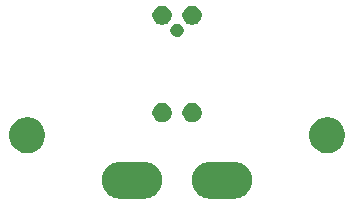
<source format=gbr>
G04 #@! TF.GenerationSoftware,KiCad,Pcbnew,(5.0.0)*
G04 #@! TF.CreationDate,2019-10-20T18:36:36-05:00*
G04 #@! TF.ProjectId,LaserDiode_Breakout_Hardware,4C6173657244696F64655F427265616B,rev?*
G04 #@! TF.SameCoordinates,Original*
G04 #@! TF.FileFunction,Soldermask,Top*
G04 #@! TF.FilePolarity,Negative*
%FSLAX46Y46*%
G04 Gerber Fmt 4.6, Leading zero omitted, Abs format (unit mm)*
G04 Created by KiCad (PCBNEW (5.0.0)) date 10/20/19 18:36:36*
%MOMM*%
%LPD*%
G01*
G04 APERTURE LIST*
%ADD10C,0.100000*%
G04 APERTURE END LIST*
D10*
G36*
X-730367856Y105683518D02*
X-730215950Y105668557D01*
X-730021041Y105609432D01*
X-729923585Y105579869D01*
X-729779564Y105502888D01*
X-729654141Y105435848D01*
X-729654139Y105435847D01*
X-729654140Y105435847D01*
X-729417971Y105242028D01*
X-729224152Y105005859D01*
X-729080130Y104736414D01*
X-729080130Y104736413D01*
X-728991442Y104444049D01*
X-728961496Y104140000D01*
X-728991442Y103835951D01*
X-729050567Y103641042D01*
X-729080130Y103543586D01*
X-729157111Y103399565D01*
X-729224151Y103274142D01*
X-729417971Y103037972D01*
X-729654141Y102844152D01*
X-729779564Y102777112D01*
X-729923585Y102700131D01*
X-730021041Y102670568D01*
X-730215950Y102611443D01*
X-730367856Y102596482D01*
X-730443808Y102589001D01*
X-732596192Y102589001D01*
X-732672144Y102596482D01*
X-732824050Y102611443D01*
X-733018959Y102670568D01*
X-733116415Y102700131D01*
X-733260436Y102777112D01*
X-733385859Y102844152D01*
X-733622029Y103037972D01*
X-733815849Y103274142D01*
X-733882889Y103399565D01*
X-733959870Y103543586D01*
X-733989433Y103641042D01*
X-734048558Y103835951D01*
X-734078504Y104140000D01*
X-734048558Y104444049D01*
X-733959870Y104736413D01*
X-733959870Y104736414D01*
X-733815848Y105005859D01*
X-733622029Y105242028D01*
X-733385860Y105435847D01*
X-733385861Y105435847D01*
X-733385859Y105435848D01*
X-733260436Y105502888D01*
X-733116415Y105579869D01*
X-733018959Y105609432D01*
X-732824050Y105668557D01*
X-732672144Y105683518D01*
X-732596192Y105690999D01*
X-730443808Y105690999D01*
X-730367856Y105683518D01*
X-730367856Y105683518D01*
G37*
G36*
X-722747856Y105683518D02*
X-722595950Y105668557D01*
X-722401041Y105609432D01*
X-722303585Y105579869D01*
X-722159564Y105502888D01*
X-722034141Y105435848D01*
X-722034139Y105435847D01*
X-722034140Y105435847D01*
X-721797971Y105242028D01*
X-721604152Y105005859D01*
X-721460130Y104736414D01*
X-721460130Y104736413D01*
X-721371442Y104444049D01*
X-721341496Y104140000D01*
X-721371442Y103835951D01*
X-721430567Y103641042D01*
X-721460130Y103543586D01*
X-721537111Y103399565D01*
X-721604151Y103274142D01*
X-721797971Y103037972D01*
X-722034141Y102844152D01*
X-722159564Y102777112D01*
X-722303585Y102700131D01*
X-722401041Y102670568D01*
X-722595950Y102611443D01*
X-722747856Y102596482D01*
X-722823808Y102589001D01*
X-724976192Y102589001D01*
X-725052144Y102596482D01*
X-725204050Y102611443D01*
X-725398959Y102670568D01*
X-725496415Y102700131D01*
X-725640436Y102777112D01*
X-725765859Y102844152D01*
X-726002029Y103037972D01*
X-726195849Y103274142D01*
X-726262889Y103399565D01*
X-726339870Y103543586D01*
X-726369433Y103641042D01*
X-726428558Y103835951D01*
X-726458504Y104140000D01*
X-726428558Y104444049D01*
X-726339870Y104736413D01*
X-726339870Y104736414D01*
X-726195848Y105005859D01*
X-726002029Y105242028D01*
X-725765860Y105435847D01*
X-725765861Y105435847D01*
X-725765859Y105435848D01*
X-725640436Y105502888D01*
X-725496415Y105579869D01*
X-725398959Y105609432D01*
X-725204050Y105668557D01*
X-725052144Y105683518D01*
X-724976192Y105690999D01*
X-722823808Y105690999D01*
X-722747856Y105683518D01*
X-722747856Y105683518D01*
G37*
G36*
X-740112643Y109444913D02*
X-739965407Y109415626D01*
X-739688021Y109300729D01*
X-739589729Y109235052D01*
X-739438376Y109133921D01*
X-739226079Y108921624D01*
X-739226077Y108921621D01*
X-739059271Y108671979D01*
X-738944374Y108394593D01*
X-738885800Y108100121D01*
X-738885800Y107799879D01*
X-738944374Y107505407D01*
X-739059271Y107228021D01*
X-739224953Y106980062D01*
X-739226079Y106978376D01*
X-739438376Y106766079D01*
X-739438379Y106766077D01*
X-739688021Y106599271D01*
X-739965407Y106484374D01*
X-740112643Y106455087D01*
X-740259878Y106425800D01*
X-740560122Y106425800D01*
X-740707357Y106455087D01*
X-740854593Y106484374D01*
X-741131979Y106599271D01*
X-741381621Y106766077D01*
X-741381624Y106766079D01*
X-741593921Y106978376D01*
X-741595047Y106980062D01*
X-741760729Y107228021D01*
X-741875626Y107505407D01*
X-741934200Y107799879D01*
X-741934200Y108100121D01*
X-741875626Y108394593D01*
X-741760729Y108671979D01*
X-741593923Y108921621D01*
X-741593921Y108921624D01*
X-741381624Y109133921D01*
X-741230271Y109235052D01*
X-741131979Y109300729D01*
X-740854593Y109415626D01*
X-740707357Y109444913D01*
X-740560122Y109474200D01*
X-740259878Y109474200D01*
X-740112643Y109444913D01*
X-740112643Y109444913D01*
G37*
G36*
X-714712643Y109444913D02*
X-714565407Y109415626D01*
X-714288021Y109300729D01*
X-714189729Y109235052D01*
X-714038376Y109133921D01*
X-713826079Y108921624D01*
X-713826077Y108921621D01*
X-713659271Y108671979D01*
X-713544374Y108394593D01*
X-713485800Y108100121D01*
X-713485800Y107799879D01*
X-713544374Y107505407D01*
X-713659271Y107228021D01*
X-713824953Y106980062D01*
X-713826079Y106978376D01*
X-714038376Y106766079D01*
X-714038379Y106766077D01*
X-714288021Y106599271D01*
X-714565407Y106484374D01*
X-714712643Y106455087D01*
X-714859878Y106425800D01*
X-715160122Y106425800D01*
X-715307357Y106455087D01*
X-715454593Y106484374D01*
X-715731979Y106599271D01*
X-715981621Y106766077D01*
X-715981624Y106766079D01*
X-716193921Y106978376D01*
X-716195047Y106980062D01*
X-716360729Y107228021D01*
X-716475626Y107505407D01*
X-716534200Y107799879D01*
X-716534200Y108100121D01*
X-716475626Y108394593D01*
X-716360729Y108671979D01*
X-716193923Y108921621D01*
X-716193921Y108921624D01*
X-715981624Y109133921D01*
X-715830271Y109235052D01*
X-715731979Y109300729D01*
X-715454593Y109415626D01*
X-715307357Y109444913D01*
X-715160122Y109474200D01*
X-714859878Y109474200D01*
X-714712643Y109444913D01*
X-714712643Y109444913D01*
G37*
G36*
X-726202858Y110648309D02*
X-726054898Y110587021D01*
X-725921742Y110498049D01*
X-725808502Y110384809D01*
X-725719530Y110251653D01*
X-725658242Y110103693D01*
X-725627000Y109946626D01*
X-725627000Y109786476D01*
X-725658242Y109629409D01*
X-725719530Y109481449D01*
X-725808502Y109348293D01*
X-725921742Y109235053D01*
X-726054898Y109146081D01*
X-726054899Y109146080D01*
X-726054900Y109146080D01*
X-726084254Y109133921D01*
X-726202858Y109084793D01*
X-726359925Y109053551D01*
X-726520075Y109053551D01*
X-726677142Y109084793D01*
X-726795746Y109133921D01*
X-726825100Y109146080D01*
X-726825101Y109146080D01*
X-726825102Y109146081D01*
X-726958258Y109235053D01*
X-727071498Y109348293D01*
X-727160470Y109481449D01*
X-727221758Y109629409D01*
X-727253000Y109786476D01*
X-727253000Y109946626D01*
X-727221758Y110103693D01*
X-727160470Y110251653D01*
X-727071498Y110384809D01*
X-726958258Y110498049D01*
X-726825102Y110587021D01*
X-726677142Y110648309D01*
X-726520075Y110679551D01*
X-726359925Y110679551D01*
X-726202858Y110648309D01*
X-726202858Y110648309D01*
G37*
G36*
X-728742858Y110648309D02*
X-728594898Y110587021D01*
X-728461742Y110498049D01*
X-728348502Y110384809D01*
X-728259530Y110251653D01*
X-728198242Y110103693D01*
X-728167000Y109946626D01*
X-728167000Y109786476D01*
X-728198242Y109629409D01*
X-728259530Y109481449D01*
X-728348502Y109348293D01*
X-728461742Y109235053D01*
X-728594898Y109146081D01*
X-728594899Y109146080D01*
X-728594900Y109146080D01*
X-728624254Y109133921D01*
X-728742858Y109084793D01*
X-728899925Y109053551D01*
X-729060075Y109053551D01*
X-729217142Y109084793D01*
X-729335746Y109133921D01*
X-729365100Y109146080D01*
X-729365101Y109146080D01*
X-729365102Y109146081D01*
X-729498258Y109235053D01*
X-729611498Y109348293D01*
X-729700470Y109481449D01*
X-729761758Y109629409D01*
X-729793000Y109786476D01*
X-729793000Y109946626D01*
X-729761758Y110103693D01*
X-729700470Y110251653D01*
X-729611498Y110384809D01*
X-729498258Y110498049D01*
X-729365102Y110587021D01*
X-729217142Y110648309D01*
X-729060075Y110679551D01*
X-728899925Y110679551D01*
X-728742858Y110648309D01*
X-728742858Y110648309D01*
G37*
G36*
X-727546947Y117377519D02*
X-727496080Y117356449D01*
X-727445214Y117335380D01*
X-727354892Y117275028D01*
X-727353655Y117274202D01*
X-727275798Y117196345D01*
X-727275796Y117196342D01*
X-727214620Y117104786D01*
X-727193551Y117053920D01*
X-727172481Y117003053D01*
X-727151000Y116895058D01*
X-727151000Y116784942D01*
X-727172481Y116676947D01*
X-727193551Y116626080D01*
X-727214620Y116575214D01*
X-727214621Y116575213D01*
X-727275798Y116483655D01*
X-727353655Y116405798D01*
X-727353658Y116405796D01*
X-727445214Y116344620D01*
X-727496080Y116323551D01*
X-727546947Y116302481D01*
X-727654942Y116281000D01*
X-727765058Y116281000D01*
X-727873053Y116302481D01*
X-727923920Y116323551D01*
X-727974786Y116344620D01*
X-728066342Y116405796D01*
X-728066345Y116405798D01*
X-728144202Y116483655D01*
X-728205379Y116575213D01*
X-728205380Y116575214D01*
X-728226449Y116626080D01*
X-728247519Y116676947D01*
X-728269000Y116784942D01*
X-728269000Y116895058D01*
X-728247519Y117003053D01*
X-728226449Y117053920D01*
X-728205380Y117104786D01*
X-728144204Y117196342D01*
X-728144202Y117196345D01*
X-728066345Y117274202D01*
X-728065108Y117275028D01*
X-727974786Y117335380D01*
X-727923920Y117356449D01*
X-727873053Y117377519D01*
X-727765058Y117399000D01*
X-727654942Y117399000D01*
X-727546947Y117377519D01*
X-727546947Y117377519D01*
G37*
G36*
X-726202858Y118891758D02*
X-726054898Y118830470D01*
X-725921742Y118741498D01*
X-725808502Y118628258D01*
X-725719530Y118495102D01*
X-725658242Y118347142D01*
X-725627000Y118190075D01*
X-725627000Y118029925D01*
X-725658242Y117872858D01*
X-725719530Y117724898D01*
X-725808502Y117591742D01*
X-725921742Y117478502D01*
X-726054898Y117389530D01*
X-726202858Y117328242D01*
X-726359925Y117297000D01*
X-726520075Y117297000D01*
X-726677142Y117328242D01*
X-726825102Y117389530D01*
X-726958258Y117478502D01*
X-727071498Y117591742D01*
X-727160470Y117724898D01*
X-727221758Y117872858D01*
X-727253000Y118029925D01*
X-727253000Y118190075D01*
X-727221758Y118347142D01*
X-727160470Y118495102D01*
X-727071498Y118628258D01*
X-726958258Y118741498D01*
X-726825102Y118830470D01*
X-726677142Y118891758D01*
X-726520075Y118923000D01*
X-726359925Y118923000D01*
X-726202858Y118891758D01*
X-726202858Y118891758D01*
G37*
G36*
X-728742858Y118891758D02*
X-728594898Y118830470D01*
X-728461742Y118741498D01*
X-728348502Y118628258D01*
X-728259530Y118495102D01*
X-728198242Y118347142D01*
X-728167000Y118190075D01*
X-728167000Y118029925D01*
X-728198242Y117872858D01*
X-728259530Y117724898D01*
X-728348502Y117591742D01*
X-728461742Y117478502D01*
X-728594898Y117389530D01*
X-728742858Y117328242D01*
X-728899925Y117297000D01*
X-729060075Y117297000D01*
X-729217142Y117328242D01*
X-729365102Y117389530D01*
X-729498258Y117478502D01*
X-729611498Y117591742D01*
X-729700470Y117724898D01*
X-729761758Y117872858D01*
X-729793000Y118029925D01*
X-729793000Y118190075D01*
X-729761758Y118347142D01*
X-729700470Y118495102D01*
X-729611498Y118628258D01*
X-729498258Y118741498D01*
X-729365102Y118830470D01*
X-729217142Y118891758D01*
X-729060075Y118923000D01*
X-728899925Y118923000D01*
X-728742858Y118891758D01*
X-728742858Y118891758D01*
G37*
M02*

</source>
